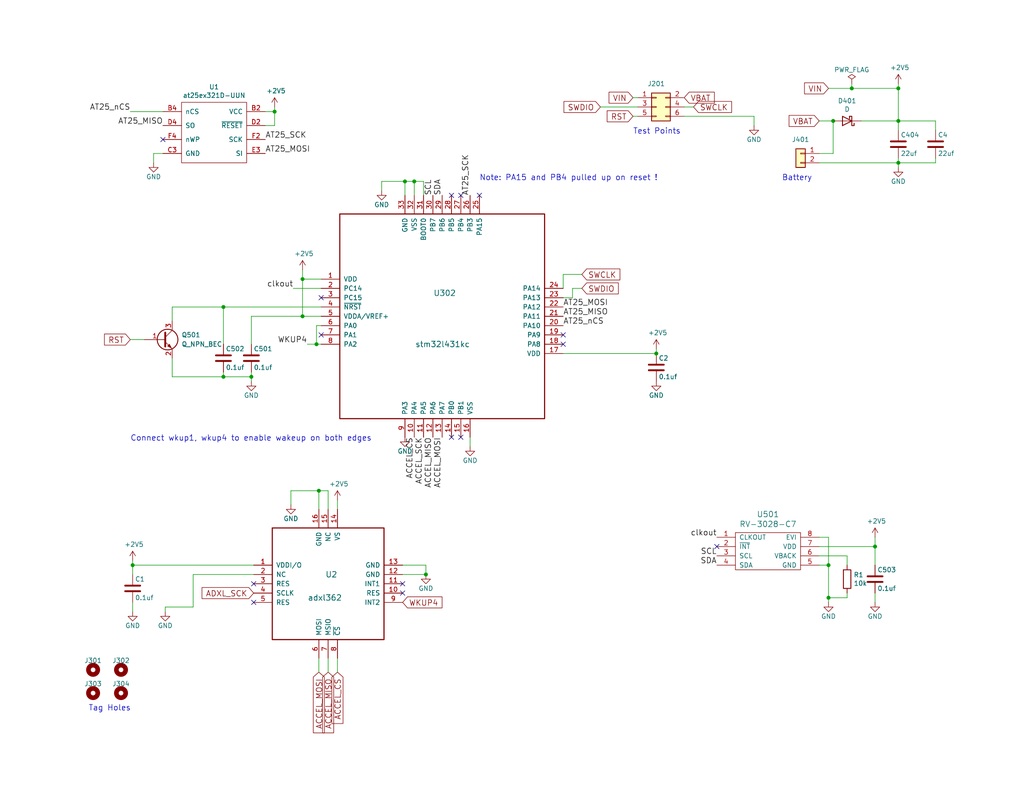
<source format=kicad_sch>
(kicad_sch (version 20211123) (generator eeschema)
  (paper "USLetter")
  (title_block (title "BitTag with External Memory") (date "2021-09-26") (company "IUCS") (comment 1 "Geoffrey Brown"))
  (lib_symbols
    (symbol "BitTagNG:RV-3028-C7-AccelTag" (pin_names (offset 1.016))
      (property "Reference" "U" (at 0 7.62 0))
      (property "Value" "RV-3028-C7-AccelTag" (at 1.27 -7.62 0))
      (symbol "RV-3028-C7-AccelTag_0_1"
        (rectangle (start -8.89 5.08) (end 8.89 -5.08))
      )
      (symbol "RV-3028-C7-AccelTag_1_1"
        (pin input line (at -13.97 3.81 0) (length 5.08) (name "CLKOUT") (number "1"))
        (pin input line (at -13.97 1.27 0) (length 5.08) (name "~{INT}") (number "2"))
        (pin input line (at -13.97 -1.27 0) (length 5.08) (name "SCL") (number "3"))
        (pin input line (at -13.97 -3.81 0) (length 5.08) (name "SDA") (number "4"))
        (pin power_out line (at 13.97 -3.81 180) (length 5.08) (name "GND") (number "5"))
        (pin input line (at 13.97 -1.27 180) (length 5.08) (name "VBACK") (number "6"))
        (pin input line (at 13.97 1.27 180) (length 5.08) (name "VDD") (number "7"))
        (pin input line (at 13.97 3.81 180) (length 5.08) (name "EVI") (number "8"))
      )
    )
    (symbol "BitTagNG:at25ex321D-UUN-AccelTag" (pin_names (offset 1.016))
      (property "Reference" "U" (at 0 7.62 0))
      (property "Value" "at25ex321D-UUN-AccelTag" (at -1.27 -12.7 0))
      (symbol "at25ex321D-UUN-AccelTag_0_1"
        (rectangle (start -8.89 -10.16) (end 8.89 6.35))
      )
      (symbol "at25ex321D-UUN-AccelTag_1_1"
        (pin no_connect line (at -12.7 -12.7 0) (length 5.08) hide (name "NC") (number "A1"))
        (pin no_connect line (at 12.7 -12.7 180) (length 5.08) hide (name "NC") (number "A5"))
        (pin power_in line (at 13.97 3.81 180) (length 5.08) (name "VCC") (number "B2"))
        (pin input line (at -13.97 3.81 0) (length 5.08) (name "nCS") (number "B4"))
        (pin input line (at -13.97 -7.62 0) (length 5.08) (name "GND") (number "C3"))
        (pin input line (at 13.97 0 180) (length 5.08) (name "~{RESET}") (number "D2"))
        (pin output line (at -13.97 0 0) (length 5.08) (name "SO") (number "D4"))
        (pin input line (at 13.97 -7.62 180) (length 5.08) (name "SI") (number "E3"))
        (pin input line (at 13.97 -3.81 180) (length 5.08) (name "SCK") (number "F2"))
        (pin input line (at -13.97 -3.81 0) (length 5.08) (name "nWP") (number "F4"))
        (pin no_connect line (at -12.7 -15.24 0) (length 5.08) hide (name "NC") (number "G1"))
        (pin no_connect line (at 12.7 -15.24 180) (length 5.08) hide (name "NC") (number "G5"))
      )
    )
    (symbol "BitTagNG:stm32l432-AccelTag" (pin_names (offset 1.016))
      (property "Reference" "U" (at 36.83 -3.81 0))
      (property "Value" "stm32l432-AccelTag" (at 59.69 -24.13 0))
      (symbol "stm32l432-AccelTag_1_1"
        (rectangle (start 5.08 17.78) (end 60.96 -38.1) (stroke (width 0.3048)))
        (pin power_in line (at 0 0 0) (length 5.08) (name "VDD") (number "1"))
        (pin bidirectional line (at 25.4 -43.18 90) (length 5.08) (name "PA4") (number "10"))
        (pin bidirectional line (at 27.94 -43.18 90) (length 5.08) (name "PA5") (number "11"))
        (pin bidirectional line (at 30.48 -43.18 90) (length 5.08) (name "PA6") (number "12"))
        (pin bidirectional line (at 33.02 -43.18 90) (length 5.08) (name "PA7") (number "13"))
        (pin bidirectional line (at 35.56 -43.18 90) (length 5.08) (name "PB0") (number "14"))
        (pin bidirectional line (at 38.1 -43.18 90) (length 5.08) (name "PB1") (number "15"))
        (pin input line (at 40.64 -43.18 90) (length 5.08) (name "VSS") (number "16"))
        (pin power_in line (at 66.04 -20.32 180) (length 5.08) (name "VDD") (number "17"))
        (pin bidirectional line (at 66.04 -17.78 180) (length 5.08) (name "PA8") (number "18"))
        (pin bidirectional line (at 66.04 -15.24 180) (length 5.08) (name "PA9") (number "19"))
        (pin bidirectional line (at 0 -2.54 0) (length 5.08) (name "PC14") (number "2"))
        (pin bidirectional line (at 66.04 -12.7 180) (length 5.08) (name "PA10") (number "20"))
        (pin bidirectional line (at 66.04 -10.16 180) (length 5.08) (name "PA11") (number "21"))
        (pin bidirectional line (at 66.04 -7.62 180) (length 5.08) (name "PA12") (number "22"))
        (pin bidirectional line (at 66.04 -5.08 180) (length 5.08) (name "PA13") (number "23"))
        (pin bidirectional line (at 66.04 -2.54 180) (length 5.08) (name "PA14") (number "24"))
        (pin bidirectional line (at 43.18 22.86 270) (length 5.08) (name "PA15") (number "25"))
        (pin bidirectional line (at 40.64 22.86 270) (length 5.08) (name "PB3") (number "26"))
        (pin bidirectional line (at 38.1 22.86 270) (length 5.08) (name "PB4") (number "27"))
        (pin bidirectional line (at 35.56 22.86 270) (length 5.08) (name "PB5") (number "28"))
        (pin bidirectional line (at 33.02 22.86 270) (length 5.08) (name "PB6") (number "29"))
        (pin bidirectional line (at 0 -5.08 0) (length 5.08) (name "PC15") (number "3"))
        (pin bidirectional line (at 30.48 22.86 270) (length 5.08) (name "PB7") (number "30"))
        (pin input line (at 27.94 22.86 270) (length 5.08) (name "BOOT0") (number "31"))
        (pin input line (at 25.4 22.86 270) (length 5.08) (name "VSS") (number "32"))
        (pin input line (at 22.86 22.86 270) (length 5.08) (name "GND") (number "33"))
        (pin bidirectional line (at 0 -7.62 0) (length 5.08) (name "~{NRST}") (number "4"))
        (pin power_in line (at 0 -10.16 0) (length 5.08) (name "VDDA/VREF+") (number "5"))
        (pin bidirectional line (at 0 -12.7 0) (length 5.08) (name "PA0") (number "6"))
        (pin bidirectional line (at 0 -15.24 0) (length 5.08) (name "PA1") (number "7"))
        (pin bidirectional line (at 0 -17.78 0) (length 5.08) (name "PA2") (number "8"))
        (pin bidirectional line (at 22.86 -43.18 90) (length 5.08) (name "PA3") (number "9"))
      )
    )
    (symbol "Connector_Generic:Conn_01x02" (pin_names (offset 1.016) hide)
      (property "Reference" "J" (at 0 2.54 0))
      (property "Value" "Conn_01x02" (at 0 -5.08 0))
      (symbol "Conn_01x02_1_1"
        (rectangle (start -1.27 -2.413) (end 0 -2.667) (stroke (width 0.1524)))
        (rectangle (start -1.27 0.127) (end 0 -0.127) (stroke (width 0.1524)))
        (rectangle (start -1.27 1.27) (end 1.27 -3.81) (stroke (width 0.254)) (fill (type background)))
        (pin passive line (at -5.08 0 0) (length 3.81) (name "Pin_1") (number "1"))
        (pin passive line (at -5.08 -2.54 0) (length 3.81) (name "Pin_2") (number "2"))
      )
    )
    (symbol "Connector_Generic:Conn_02x03_Odd_Even" (pin_names (offset 1.016) hide)
      (property "Reference" "J" (at 1.27 5.08 0))
      (property "Value" "Conn_02x03_Odd_Even" (at 1.27 -5.08 0))
      (symbol "Conn_02x03_Odd_Even_1_1"
        (rectangle (start -1.27 -2.413) (end 0 -2.667) (stroke (width 0.1524)))
        (rectangle (start -1.27 0.127) (end 0 -0.127) (stroke (width 0.1524)))
        (rectangle (start -1.27 2.667) (end 0 2.413) (stroke (width 0.1524)))
        (rectangle (start -1.27 3.81) (end 3.81 -3.81) (stroke (width 0.254)) (fill (type background)))
        (rectangle (start 3.81 -2.413) (end 2.54 -2.667) (stroke (width 0.1524)))
        (rectangle (start 3.81 0.127) (end 2.54 -0.127) (stroke (width 0.1524)))
        (rectangle (start 3.81 2.667) (end 2.54 2.413) (stroke (width 0.1524)))
        (pin passive line (at -5.08 2.54 0) (length 3.81) (name "Pin_1") (number "1"))
        (pin passive line (at 7.62 2.54 180) (length 3.81) (name "Pin_2") (number "2"))
        (pin passive line (at -5.08 0 0) (length 3.81) (name "Pin_3") (number "3"))
        (pin passive line (at 7.62 0 180) (length 3.81) (name "Pin_4") (number "4"))
        (pin passive line (at -5.08 -2.54 0) (length 3.81) (name "Pin_5") (number "5"))
        (pin passive line (at 7.62 -2.54 180) (length 3.81) (name "Pin_6") (number "6"))
      )
    )
    (symbol "Device:C" (pin_numbers hide) (pin_names (offset 0.254))
      (property "Reference" "C" (at 0.635 2.54 0))
      (property "Value" "C" (at 0.635 -2.54 0))
      (symbol "C_0_1"
        (polyline (pts (xy -2.032 -0.762) (xy 2.032 -0.762)) (stroke (width 0.508)))
        (polyline (pts (xy -2.032 0.762) (xy 2.032 0.762)) (stroke (width 0.508)))
      )
      (symbol "C_1_1"
        (pin passive line (at 0 3.81 270) (length 2.794) (name "~") (number "1"))
        (pin passive line (at 0 -3.81 90) (length 2.794) (name "~") (number "2"))
      )
    )
    (symbol "Device:D_Schottky" (pin_numbers hide) (pin_names (offset 1.016) hide)
      (property "Reference" "D" (at 0 2.54 0))
      (property "Value" "D_Schottky" (at 0 -2.54 0))
      (symbol "D_Schottky_0_1"
        (polyline (pts (xy 1.27 0) (xy -1.27 0)))
        (polyline (pts (xy 1.27 1.27) (xy 1.27 -1.27) (xy -1.27 0) (xy 1.27 1.27)) (stroke (width 0.254)))
        (polyline (pts (xy -1.905 0.635) (xy -1.905 1.27) (xy -1.27 1.27) (xy -1.27 -1.27) (xy -0.635 -1.27) (xy -0.635 -0.635)) (stroke (width 0.254)))
      )
      (symbol "D_Schottky_1_1"
        (pin passive line (at -3.81 0 0) (length 2.54) (name "K") (number "1"))
        (pin passive line (at 3.81 0 180) (length 2.54) (name "A") (number "2"))
      )
    )
    (symbol "Device:Q_NPN_BEC" (pin_names (offset 0) hide)
      (property "Reference" "Q" (at 5.08 1.27 0))
      (property "Value" "Q_NPN_BEC" (at 5.08 -1.27 0))
      (symbol "Q_NPN_BEC_0_1"
        (polyline (pts (xy 0.635 0.635) (xy 2.54 2.54)))
        (polyline (pts (xy 0.635 -0.635) (xy 2.54 -2.54) (xy 2.54 -2.54)))
        (polyline (pts (xy 0.635 1.905) (xy 0.635 -1.905) (xy 0.635 -1.905)) (stroke (width 0.508)))
        (polyline (pts (xy 1.27 -1.778) (xy 1.778 -1.27) (xy 2.286 -2.286) (xy 1.27 -1.778) (xy 1.27 -1.778)) (fill (type outline)))
        (circle (center 1.27 0) (radius 2.8194) (stroke (width 0.254)))
      )
      (symbol "Q_NPN_BEC_1_1"
        (pin input line (at -5.08 0 0) (length 5.715) (name "B") (number "1"))
        (pin passive line (at 2.54 -5.08 90) (length 2.54) (name "E") (number "2"))
        (pin passive line (at 2.54 5.08 270) (length 2.54) (name "C") (number "3"))
      )
    )
    (symbol "Device:R" (pin_numbers hide) (pin_names (offset 0))
      (property "Reference" "R" (at 2.032 0 90))
      (property "Value" "R" (at 0 0 90))
      (symbol "R_0_1"
        (rectangle (start -1.016 -2.54) (end 1.016 2.54) (stroke (width 0.254)))
      )
      (symbol "R_1_1"
        (pin passive line (at 0 3.81 270) (length 1.27) (name "~") (number "1"))
        (pin passive line (at 0 -3.81 90) (length 1.27) (name "~") (number "2"))
      )
    )
    (symbol "Mechanical:MountingHole" (pin_names (offset 1.016))
      (property "Reference" "H" (at 0 5.08 0))
      (property "Value" "MountingHole" (at 0 3.175 0))
      (symbol "MountingHole_0_1"
        (circle (center 0 0) (radius 1.27) (stroke (width 1.27)))
      )
    )
    (symbol "bittagv7:adxl362" (pin_names (offset 1.016))
      (property "Reference" "U" (at 3.81 6.35 0))
      (property "Value" "adxl362" (at 3.81 3.81 0))
      (symbol "adxl362_1_1"
        (rectangle (start 5.08 10.16) (end 35.56 -20.32) (stroke (width 0.3048)))
        (pin power_in line (at 0 0 0) (length 5.08) (name "VDDI/O") (number "1"))
        (pin passive line (at 40.64 -7.62 180) (length 5.08) (name "RES") (number "10"))
        (pin output line (at 40.64 -5.08 180) (length 5.08) (name "INT1") (number "11"))
        (pin power_in line (at 40.64 -2.54 180) (length 5.08) (name "GND") (number "12"))
        (pin power_in line (at 40.64 0 180) (length 5.08) (name "GND") (number "13"))
        (pin power_in line (at 22.86 15.24 270) (length 5.08) (name "VS") (number "14"))
        (pin passive line (at 20.32 15.24 270) (length 5.08) (name "NC") (number "15"))
        (pin power_in line (at 17.78 15.24 270) (length 5.08) (name "GND") (number "16"))
        (pin output line (at 0 -2.54 0) (length 5.08) (name "NC") (number "2"))
        (pin output line (at 0 -5.08 0) (length 5.08) (name "RES") (number "3"))
        (pin input line (at 0 -7.62 0) (length 5.08) (name "SCLK") (number "4"))
        (pin output line (at 0 -10.16 0) (length 5.08) (name "RES") (number "5"))
        (pin input line (at 17.78 -25.4 90) (length 5.08) (name "MOSI") (number "6"))
        (pin output line (at 20.32 -25.4 90) (length 5.08) (name "MSIO") (number "7"))
        (pin input line (at 22.86 -25.4 90) (length 5.08) (name "~{CS}") (number "8"))
        (pin bidirectional line (at 40.64 -10.16 180) (length 5.08) (name "INT2") (number "9"))
      )
    )
    (symbol "power:+2V5" (power) (pin_names (offset 0))
      (property "Value" "+2V5" (at 0 3.556 0))
      (symbol "+2V5_0_1"
        (polyline (pts (xy -0.762 1.27) (xy 0 2.54)))
        (polyline (pts (xy 0 0) (xy 0 2.54)))
        (polyline (pts (xy 0 2.54) (xy 0.762 1.27)))
      )
      (symbol "+2V5_1_1"
        (pin power_in line (at 0 0 90) (length 0) hide (name "+2V5") (number "1"))
      )
    )
    (symbol "power:GND" (power) (pin_names (offset 0))
      (property "Value" "GND" (at 0 -3.81 0))
      (symbol "GND_0_1"
        (polyline (pts (xy 0 0) (xy 0 -1.27) (xy 1.27 -1.27) (xy 0 -2.54) (xy -1.27 -1.27) (xy 0 -1.27)))
      )
      (symbol "GND_1_1"
        (pin power_in line (at 0 0 270) (length 0) hide (name "GND") (number "1"))
      )
    )
    (symbol "power:PWR_FLAG" (power) (pin_numbers hide) (pin_names (offset 0) hide)
      (property "Value" "PWR_FLAG" (at 0 3.81 0))
      (symbol "PWR_FLAG_0_0"
        (pin power_out line (at 0 0 90) (length 0) (name "pwr") (number "1"))
      )
      (symbol "PWR_FLAG_0_1"
        (polyline (pts (xy 0 0) (xy 0 1.27) (xy -1.016 1.905) (xy 0 2.54) (xy 1.016 1.905) (xy 0 1.27)))
      )
    )
  )
  (junction (at 36.195 154.305))
  (junction (at 60.96 102.87))
  (junction (at 227.33 33.02))
  (junction (at 86.36 93.98))
  (junction (at 86.995 133.985))
  (junction (at 238.76 149.225))
  (junction (at 82.55 86.36))
  (junction (at 110.49 49.53))
  (junction (at 245.11 24.13))
  (junction (at 68.58 102.87))
  (junction (at 232.41 24.13))
  (junction (at 116.205 156.845))
  (junction (at 60.96 83.82))
  (junction (at 245.11 33.02))
  (junction (at 179.07 96.52))
  (junction (at 226.06 163.195))
  (junction (at 113.03 49.53))
  (junction (at 226.06 154.305))
  (junction (at 82.55 76.2))
  (junction (at 245.11 44.45))
  (junction (at 74.93 30.48))
  (no_connect (at 44.45 38.1))
  (no_connect (at 109.855 159.385))
  (no_connect (at 123.19 53.34))
  (no_connect (at 109.855 161.925))
  (no_connect (at 69.215 159.385))
  (no_connect (at 153.67 91.44))
  (no_connect (at 69.215 164.465))
  (no_connect (at 87.63 91.44))
  (no_connect (at 123.19 119.38))
  (no_connect (at 130.81 53.34))
  (no_connect (at 153.67 93.98))
  (no_connect (at 87.63 81.28))
  (no_connect (at 125.73 119.38))
  (no_connect (at 125.73 53.34))
  (no_connect (at 195.58 149.225))
  (wire (pts (xy 255.27 44.45) (xy 255.27 43.18)))
  (wire (pts (xy 223.52 146.685) (xy 226.06 146.685)))
  (wire (pts (xy 68.58 93.98) (xy 68.58 86.36)))
  (wire (pts (xy 205.74 31.75) (xy 205.74 34.29)))
  (wire (pts (xy 223.52 33.02) (xy 227.33 33.02)))
  (wire (pts (xy 36.195 154.305) (xy 69.215 154.305)))
  (wire (pts (xy 104.14 49.53) (xy 110.49 49.53)))
  (wire (pts (xy 52.705 156.845) (xy 52.705 165.735)))
  (wire (pts (xy 172.72 26.67) (xy 173.99 26.67)))
  (wire (pts (xy 128.27 119.38) (xy 128.27 121.92)))
  (wire (pts (xy 36.195 154.305) (xy 36.195 156.845)))
  (wire (pts (xy 86.995 133.985) (xy 86.995 139.065)))
  (wire (pts (xy 104.14 52.07) (xy 104.14 49.53)))
  (wire (pts (xy 232.41 24.13) (xy 245.11 24.13)))
  (wire (pts (xy 46.99 83.82) (xy 60.96 83.82)))
  (wire (pts (xy 82.55 86.36) (xy 87.63 86.36)))
  (wire (pts (xy 92.075 183.515) (xy 92.075 179.705)))
  (wire (pts (xy 116.205 154.305) (xy 116.205 156.845)))
  (wire (pts (xy 153.67 78.74) (xy 153.67 74.93)))
  (wire (pts (xy 179.07 95.25) (xy 179.07 96.52)))
  (wire (pts (xy 36.195 153.035) (xy 36.195 154.305)))
  (wire (pts (xy 36.195 164.465) (xy 36.195 167.005)))
  (wire (pts (xy 82.55 86.36) (xy 68.58 86.36)))
  (wire (pts (xy 234.95 33.02) (xy 245.11 33.02)))
  (wire (pts (xy 60.96 101.6) (xy 60.96 102.87)))
  (wire (pts (xy 245.11 33.02) (xy 245.11 35.56)))
  (wire (pts (xy 245.11 22.86) (xy 245.11 24.13)))
  (wire (pts (xy 227.33 33.02) (xy 227.33 41.91)))
  (wire (pts (xy 69.215 156.845) (xy 52.705 156.845)))
  (wire (pts (xy 86.36 93.98) (xy 87.63 93.98)))
  (wire (pts (xy 68.58 101.6) (xy 68.58 102.87)))
  (wire (pts (xy 68.58 102.87) (xy 68.58 104.14)))
  (wire (pts (xy 72.39 30.48) (xy 74.93 30.48)))
  (wire (pts (xy 245.11 44.45) (xy 255.27 44.45)))
  (wire (pts (xy 113.03 49.53) (xy 113.03 53.34)))
  (wire (pts (xy 46.99 102.87) (xy 60.96 102.87)))
  (wire (pts (xy 82.55 73.66) (xy 82.55 76.2)))
  (wire (pts (xy 245.11 33.02) (xy 255.27 33.02)))
  (wire (pts (xy 153.67 74.93) (xy 158.75 74.93)))
  (wire (pts (xy 89.535 179.705) (xy 89.535 183.515)))
  (wire (pts (xy 82.55 76.2) (xy 87.63 76.2)))
  (wire (pts (xy 60.96 83.82) (xy 60.96 93.98)))
  (wire (pts (xy 255.27 33.02) (xy 255.27 35.56)))
  (wire (pts (xy 226.06 154.305) (xy 226.06 163.195)))
  (wire (pts (xy 89.535 133.985) (xy 86.995 133.985)))
  (wire (pts (xy 223.52 151.765) (xy 231.14 151.765)))
  (wire (pts (xy 113.03 49.53) (xy 115.57 49.53)))
  (wire (pts (xy 238.76 161.925) (xy 238.76 164.465)))
  (wire (pts (xy 109.855 154.305) (xy 116.205 154.305)))
  (wire (pts (xy 245.11 44.45) (xy 245.11 45.72)))
  (wire (pts (xy 186.69 31.75) (xy 205.74 31.75)))
  (wire (pts (xy 87.63 88.9) (xy 86.36 88.9)))
  (wire (pts (xy 80.01 78.74) (xy 87.63 78.74)))
  (wire (pts (xy 46.99 87.63) (xy 46.99 83.82)))
  (wire (pts (xy 238.76 149.225) (xy 238.76 154.305)))
  (wire (pts (xy 226.06 24.13) (xy 232.41 24.13)))
  (wire (pts (xy 116.205 156.845) (xy 109.855 156.845)))
  (wire (pts (xy 79.375 133.985) (xy 79.375 137.795)))
  (wire (pts (xy 74.93 34.29) (xy 74.93 30.48)))
  (wire (pts (xy 45.085 165.735) (xy 45.085 167.005)))
  (wire (pts (xy 226.06 163.195) (xy 226.06 164.465)))
  (wire (pts (xy 227.33 41.91) (xy 223.52 41.91)))
  (wire (pts (xy 156.21 78.74) (xy 158.75 78.74)))
  (wire (pts (xy 156.21 81.28) (xy 156.21 78.74)))
  (wire (pts (xy 172.72 31.75) (xy 173.99 31.75)))
  (wire (pts (xy 232.41 22.86) (xy 232.41 24.13)))
  (wire (pts (xy 163.83 29.21) (xy 173.99 29.21)))
  (wire (pts (xy 223.52 44.45) (xy 245.11 44.45)))
  (wire (pts (xy 72.39 34.29) (xy 74.93 34.29)))
  (wire (pts (xy 35.56 92.71) (xy 39.37 92.71)))
  (wire (pts (xy 60.96 102.87) (xy 68.58 102.87)))
  (wire (pts (xy 115.57 49.53) (xy 115.57 53.34)))
  (wire (pts (xy 110.49 49.53) (xy 110.49 53.34)))
  (wire (pts (xy 82.55 76.2) (xy 82.55 86.36)))
  (wire (pts (xy 226.06 146.685) (xy 226.06 154.305)))
  (wire (pts (xy 223.52 154.305) (xy 226.06 154.305)))
  (wire (pts (xy 41.91 41.91) (xy 41.91 44.45)))
  (wire (pts (xy 92.075 139.065) (xy 92.075 136.525)))
  (wire (pts (xy 46.99 97.79) (xy 46.99 102.87)))
  (wire (pts (xy 110.49 49.53) (xy 113.03 49.53)))
  (wire (pts (xy 74.93 30.48) (xy 74.93 29.21)))
  (wire (pts (xy 223.52 149.225) (xy 238.76 149.225)))
  (wire (pts (xy 44.45 41.91) (xy 41.91 41.91)))
  (wire (pts (xy 86.36 93.98) (xy 83.82 93.98)))
  (wire (pts (xy 86.995 133.985) (xy 79.375 133.985)))
  (wire (pts (xy 86.995 179.705) (xy 86.995 183.515)))
  (wire (pts (xy 245.11 24.13) (xy 245.11 33.02)))
  (wire (pts (xy 153.67 81.28) (xy 156.21 81.28)))
  (wire (pts (xy 186.69 29.21) (xy 189.23 29.21)))
  (wire (pts (xy 153.67 96.52) (xy 179.07 96.52)))
  (wire (pts (xy 231.14 151.765) (xy 231.14 154.305)))
  (wire (pts (xy 35.56 30.48) (xy 44.45 30.48)))
  (wire (pts (xy 89.535 139.065) (xy 89.535 133.985)))
  (wire (pts (xy 231.14 161.925) (xy 231.14 163.195)))
  (wire (pts (xy 52.705 165.735) (xy 45.085 165.735)))
  (wire (pts (xy 245.11 43.18) (xy 245.11 44.45)))
  (wire (pts (xy 87.63 83.82) (xy 60.96 83.82)))
  (wire (pts (xy 231.14 163.195) (xy 226.06 163.195)))
  (wire (pts (xy 86.36 88.9) (xy 86.36 93.98)))
  (wire (pts (xy 238.76 146.685) (xy 238.76 149.225)))
  (text "Note: PA15 and PB4 pulled up on reset !" (at 130.81 49.53 0) (effects (font (size 1.524 1.524)) (justify left bottom)))
  (text "Tag Holes" (at 24.13 194.31 0) (effects (font (size 1.524 1.524)) (justify left bottom)))
  (text "Test Points" (at 172.72 36.83 0) (effects (font (size 1.524 1.524)) (justify left bottom)))
  (text "Battery" (at 213.36 49.53 0) (effects (font (size 1.524 1.524)) (justify left bottom)))
  (text "Connect wkup1, wkup4 to enable wakeup on both edges" (at 35.56 120.65 0) (effects (font (size 1.524 1.524)) (justify left bottom)))
  (label "SDA" (at 120.65 53.34 90) (effects (font (size 1.524 1.524))))
  (label "SDA" (at 195.58 154.305 180) (effects (font (size 1.524 1.524))))
  (label "AT25_SCK" (at 72.39 38.1 0) (effects (font (size 1.524 1.524))))
  (label "clkout" (at 195.58 146.685 180) (effects (font (size 1.524 1.524))))
  (label "WKUP4" (at 83.82 93.98 180) (effects (font (size 1.524 1.524))))
  (label "clkout" (at 80.01 78.74 180) (effects (font (size 1.524 1.524))))
  (label "AT25_MOSI" (at 153.67 83.82 0) (effects (font (size 1.524 1.524))))
  (label "AT25_nCS" (at 35.56 30.48 180) (effects (font (size 1.524 1.524))))
  (label "AT25_MOSI" (at 72.39 41.91 0) (effects (font (size 1.524 1.524))))
  (label "AT25_nCS" (at 153.67 88.9 0) (effects (font (size 1.524 1.524))))
  (label "ACCEL_MISO" (at 118.11 119.38 270) (effects (font (size 1.524 1.524))))
  (label "ACCEL_MOSI" (at 120.65 119.38 270) (effects (font (size 1.524 1.524))))
  (label "ACCEL_SCK" (at 115.57 119.38 270) (effects (font (size 1.524 1.524))))
  (label "AT25_MISO" (at 153.67 86.36 0) (effects (font (size 1.524 1.524))))
  (label "SCL" (at 118.11 53.34 90) (effects (font (size 1.524 1.524))))
  (label "AT25_SCK" (at 128.27 53.34 90) (effects (font (size 1.524 1.524))))
  (label "AT25_MISO" (at 44.45 34.29 180) (effects (font (size 1.524 1.524))))
  (label "SCL" (at 195.58 151.765 180) (effects (font (size 1.524 1.524))))
  (label "ACCEL_CS" (at 113.03 119.38 270) (effects (font (size 1.524 1.524))))
  (global_label "SWCLK" (shape input) (at 189.23 29.21 0) (effects (font (size 1.524 1.524))) (property "Intersheet References" "${INTERSHEET_REFS}" (effects hide)))
  (global_label "VBAT" (shape input) (at 223.52 33.02 180) (effects (font (size 1.524 1.524))) (property "Intersheet References" "${INTERSHEET_REFS}" (effects hide)))
  (global_label "SWDIO" (shape input) (at 158.75 78.74 0) (effects (font (size 1.524 1.524))) (property "Intersheet References" "${INTERSHEET_REFS}" (effects hide)))
  (global_label "ACCEL_MISO" (shape input) (at 89.535 183.515 270) (effects (font (size 1.524 1.524))) (property "Intersheet References" "${INTERSHEET_REFS}" (effects hide)))
  (global_label "WKUP4" (shape input) (at 109.855 164.465 0) (effects (font (size 1.524 1.524))) (property "Intersheet References" "${INTERSHEET_REFS}" (effects hide)))
  (global_label "VBAT" (shape input) (at 186.69 26.67 0) (effects (font (size 1.524 1.524))) (property "Intersheet References" "${INTERSHEET_REFS}" (effects hide)))
  (global_label "ADXL_SCK" (shape input) (at 69.215 161.925 180) (effects (font (size 1.524 1.524))) (property "Intersheet References" "${INTERSHEET_REFS}" (effects hide)))
  (global_label "VIN" (shape input) (at 226.06 24.13 180) (effects (font (size 1.524 1.524))) (property "Intersheet References" "${INTERSHEET_REFS}" (effects hide)))
  (global_label "VIN" (shape input) (at 172.72 26.67 180) (effects (font (size 1.524 1.524))) (property "Intersheet References" "${INTERSHEET_REFS}" (effects hide)))
  (global_label "ACCEL_CS" (shape input) (at 92.075 183.515 270) (effects (font (size 1.524 1.524))) (property "Intersheet References" "${INTERSHEET_REFS}" (effects hide)))
  (global_label "SWCLK" (shape input) (at 158.75 74.93 0) (effects (font (size 1.524 1.524))) (property "Intersheet References" "${INTERSHEET_REFS}" (effects hide)))
  (global_label "SWDIO" (shape input) (at 163.83 29.21 180) (effects (font (size 1.524 1.524))) (property "Intersheet References" "${INTERSHEET_REFS}" (effects hide)))
  (global_label "RST" (shape input) (at 35.56 92.71 180) (effects (font (size 1.524 1.524))) (property "Intersheet References" "${INTERSHEET_REFS}" (effects hide)))
  (global_label "RST" (shape input) (at 172.72 31.75 180) (effects (font (size 1.524 1.524))) (property "Intersheet References" "${INTERSHEET_REFS}" (effects hide)))
  (global_label "ACCEL_MOSI" (shape input) (at 86.995 183.515 270) (effects (font (size 1.524 1.524))) (property "Intersheet References" "${INTERSHEET_REFS}" (effects hide)))
  (symbol (lib_id "BitTagNG:stm32l432-AccelTag") (at 87.63 76.2 0) (unit 1)
    (property "Reference" "U302" (at 124.46 80.01 0) (effects (font (size 1.524 1.524)) (justify right)))
    (property "Value" "stm32l431kc" (at 128.27 93.98 0) (effects (font (size 1.524 1.524)) (justify right)))
    (property "Footprint" "Package_DFN_QFN:QFN-32-1EP_5x5mm_P0.5mm_EP3.45x3.45mm" (effects hide))
    (property "MFN" "STMicroelectronics" (effects hide))
    (property "DISTPN" "497-16578-ND" (effects hide))
    (property "MPN" "STM32L432KCU6" (effects hide))
    (property "LCSC" "C1337280" (effects hide))
  )
  (symbol (lib_id "Device:C") (at 60.96 97.79 0) (unit 1)
    (property "Reference" "C502" (at 61.595 95.25 0) (effects (justify left)))
    (property "Value" "0.1uf" (at 61.595 100.33 0) (effects (justify left)))
    (property "Footprint" "Capacitor_SMD:C_0201_0603Metric" (effects hide))
    (property "MFN" "Murata" (effects hide))
    (property "MPN" "C181047" (effects hide))
    (property "DISTPN" "490-10403-1-ND" (effects hide))
    (property "LCSC" "C181047" (effects hide))
  )
  (symbol (lib_id "Device:C") (at 68.58 97.79 0) (unit 1)
    (property "Reference" "C501" (at 69.215 95.25 0) (effects (justify left)))
    (property "Value" "0.1uf" (at 69.215 100.33 0) (effects (justify left)))
    (property "Footprint" "Capacitor_SMD:C_0201_0603Metric" (effects hide))
    (property "MFN" "Murata" (effects hide))
    (property "MPN" "C181047" (effects hide))
    (property "DISTPN" "490-10403-1-ND" (effects hide))
    (property "LCSC" "C181047" (effects hide))
  )
  (symbol (lib_id "Device:Q_NPN_BEC") (at 44.45 92.71 0) (unit 1)
    (property "Reference" "Q501" (at 49.53 91.44 0) (effects (justify left)))
    (property "Value" "Q_NPN_BEC" (at 49.53 93.98 0) (effects (justify left)))
    (property "Footprint" "Package_TO_SOT_SMD:SOT-883" (effects hide))
    (property "MFN" "Nexperia" (effects hide))
    (property "MPN" "BC847AMB,315" (effects hide))
    (property "DISTPN" "1727-2632-1-ND" (effects hide))
    (property "LCSC" "C686658" (effects hide))
  )
  (symbol (lib_id "Device:C") (at 238.76 158.115 0) (unit 1)
    (property "Reference" "C503" (at 239.395 155.575 0) (effects (justify left)))
    (property "Value" "0.1uf" (at 239.395 160.655 0) (effects (justify left)))
    (property "Footprint" "Capacitor_SMD:C_0201_0603Metric" (effects hide))
    (property "MFN" "Murata" (effects hide))
    (property "MPN" "C181047" (effects hide))
    (property "DISTPN" "490-10403-1-ND" (effects hide))
    (property "LCSC" "C181047" (effects hide))
  )
  (symbol (lib_id "Mechanical:MountingHole") (at 25.4 182.88 0) (unit 1) (in_bom no)
    (property "Reference" "J301" (at 25.4 180.34 0))
    (property "Value" "Conn_01x01" (effects hide))
    (property "Footprint" "AccelTag:taghole1.1mm" (effects hide))
    (property "Populate" "No" (effects hide))
    (property "Config" "DNF" (effects hide))
    (property "DNP" "1" (effects hide))
  )
  (symbol (lib_id "Connector_Generic:Conn_02x03_Odd_Even") (at 179.07 29.21 0) (unit 1) (in_bom no)
    (property "Reference" "J201" (at 179.07 22.86 0))
    (property "Value" "CONN_02X04" (effects hide))
    (property "Footprint" "AccelTag:tagpoints6" (effects hide))
    (property "Populate" "No" (effects hide))
    (property "Config" "DNF" (effects hide))
    (property "DNP" "1" (effects hide))
  )
  (symbol (lib_id "power:GND") (at 41.91 44.45 0) (unit 1)
    (property "Reference" "#PWR0102" (effects hide))
    (property "Value" "GND" (at 41.91 48.26 0))
  )
  (symbol (lib_id "power:GND") (at 68.58 104.14 0) (unit 1)
    (property "Reference" "#PWR0109" (effects hide))
    (property "Value" "GND" (at 68.58 107.95 0))
  )
  (symbol (lib_id "power:GND") (at 128.27 121.92 0) (unit 1)
    (property "Reference" "#PWR0103" (effects hide))
    (property "Value" "GND" (at 128.27 125.73 0))
  )
  (symbol (lib_id "power:+2V5") (at 82.55 73.66 0) (unit 1)
    (property "Reference" "#PWR0105" (effects hide))
    (property "Value" "+2V5" (at 82.931 69.2658 0))
  )
  (symbol (lib_id "power:+2V5") (at 179.07 95.25 0) (unit 1)
    (property "Reference" "#PWR0108" (effects hide))
    (property "Value" "+2V5" (at 179.451 90.8558 0))
  )
  (symbol (lib_id "power:GND") (at 104.14 52.07 0) (unit 1)
    (property "Reference" "#PWR0110" (effects hide))
    (property "Value" "GND" (at 104.14 55.88 0))
  )
  (symbol (lib_id "Mechanical:MountingHole") (at 33.02 182.88 0) (unit 1) (in_bom no)
    (property "Reference" "J302" (at 33.02 180.34 0))
    (property "Value" "Conn_01x01" (effects hide))
    (property "Footprint" "AccelTag:taghole1.1mm" (effects hide))
    (property "Populate" "No" (effects hide))
    (property "Config" "DNF" (effects hide))
    (property "DNP" "1" (effects hide))
  )
  (symbol (lib_id "Mechanical:MountingHole") (at 25.4 189.23 0) (unit 1) (in_bom no)
    (property "Reference" "J303" (at 25.4 186.69 0))
    (property "Value" "Conn_01x01" (effects hide))
    (property "Footprint" "AccelTag:taghole1.1mm" (effects hide))
    (property "Populate" "No" (effects hide))
    (property "Config" "DNF" (effects hide))
    (property "DNP" "1" (effects hide))
  )
  (symbol (lib_id "Mechanical:MountingHole") (at 33.02 189.23 0) (unit 1) (in_bom no)
    (property "Reference" "J304" (at 33.02 186.69 0))
    (property "Value" "Conn_01x01" (effects hide))
    (property "Footprint" "AccelTag:taghole1.1mm" (effects hide))
    (property "Populate" "No" (effects hide))
    (property "Config" "DNF" (effects hide))
    (property "DNP" "1" (effects hide))
  )
  (symbol (lib_id "power:GND") (at 205.74 34.29 0) (unit 1)
    (property "Reference" "#PWR0111" (effects hide))
    (property "Value" "GND" (at 205.74 38.1 0))
  )
  (symbol (lib_id "power:GND") (at 238.76 164.465 0) (unit 1)
    (property "Reference" "#PWR0113" (effects hide))
    (property "Value" "GND" (at 238.76 168.275 0))
  )
  (symbol (lib_id "power:+2V5") (at 238.76 146.685 0) (unit 1)
    (property "Reference" "#PWR0114" (effects hide))
    (property "Value" "+2V5" (at 239.141 142.2908 0))
  )
  (symbol (lib_id "power:+2V5") (at 245.11 22.86 0) (unit 1)
    (property "Reference" "#PWR0115" (effects hide))
    (property "Value" "+2V5" (at 245.491 18.4658 0))
  )
  (symbol (lib_id "power:PWR_FLAG") (at 232.41 22.86 0) (unit 1)
    (property "Reference" "#FLG0102" (effects hide))
    (property "Value" "PWR_FLAG" (at 232.41 19.05 0))
  )
  (symbol (lib_id "power:GND") (at 245.11 45.72 0) (unit 1)
    (property "Reference" "#PWR0116" (effects hide))
    (property "Value" "GND" (at 245.11 49.53 0))
  )
  (symbol (lib_id "Connector_Generic:Conn_01x02") (at 218.44 41.91 0) (mirror y) (unit 1) (in_bom no)
    (property "Reference" "J401" (at 218.44 38.1 0))
    (property "Value" "CONN_01X02" (effects hide))
    (property "Footprint" "AccelTag:MS621" (effects hide))
    (property "Populate" "No" (effects hide))
    (property "Config" "DNF" (effects hide))
    (property "DNP" "1" (effects hide))
  )
  (symbol (lib_id "Device:D_Schottky") (at 231.14 33.02 180) (unit 1)
    (property "Reference" "D401" (at 231.14 27.5336 0))
    (property "Value" "D" (at 231.14 29.845 0))
    (property "Footprint" "Diode_SMD:D_0402_1005Metric" (effects hide))
    (property "MFN" "COMCHIP" (effects hide))
    (property "MPN" "CDBQC0130L-HF" (effects hide))
    (property "DISTPN" "641-1519-1-ND" (effects hide))
    (property "LCSC" "C2886012" (effects hide))
  )
  (symbol (lib_id "Device:C") (at 245.11 39.37 0) (unit 1)
    (property "Reference" "C404" (at 245.745 36.83 0) (effects (justify left)))
    (property "Value" "22uf" (at 245.745 41.91 0) (effects (justify left)))
    (property "Footprint" "Capacitor_SMD:C_0402_1005Metric" (effects hide))
    (property "DISTPN" "478-9839-1-ND" (effects hide))
    (property "MFN" "AVX" (effects hide))
    (property "MPN" "04026D226MAT2A" (effects hide))
    (property "LCSC" "C2179118" (effects hide))
  )
  (symbol (lib_id "power:+2V5") (at 74.93 29.21 0) (unit 1)
    (property "Reference" "#PWR0107" (effects hide))
    (property "Value" "+2V5" (at 75.311 24.8158 0))
  )
  (symbol (lib_id "BitTagNG:RV-3028-C7-AccelTag") (at 209.55 150.495 0) (unit 1)
    (property "Reference" "U501" (at 209.55 140.4112 0) (effects (font (size 1.524 1.524))))
    (property "Value" "RV-3028-C7" (at 209.55 143.1036 0) (effects (font (size 1.524 1.524))))
    (property "Footprint" "AccelTag:RV-8803-C7" (effects hide))
    (property "DISTPN" "2195-RV-3028-C732.768KHZ1PPM-TA-QACT-ND" (effects hide))
    (property "MFN" "Micro Crystal" (effects hide))
    (property "MPN" "RV-3028-C7 32.768KHZ 1PPM-TA-QA" (effects hide))
    (property "LCSC" "C3019759" (effects hide))
  )
  (symbol (lib_id "Device:R") (at 231.14 158.115 0) (unit 1)
    (property "Reference" "R1" (at 232.918 156.9466 0) (effects (justify left)))
    (property "Value" "10k" (at 232.918 159.258 0) (effects (justify left)))
    (property "Footprint" "Resistor_SMD:R_0201_0603Metric" (effects hide))
    (property "DISTPN" "311-10.0KMCT-ND" (effects hide))
    (property "MFN" "Yaego" (effects hide))
    (property "MPN" "RC0201FR-0710KL" (effects hide))
    (property "Macrofab" "MF-RES-0402-10K" (effects hide))
    (property "LCSC" "C106225" (effects hide))
  )
  (symbol (lib_id "BitTagNG:at25ex321D-UUN-AccelTag") (at 58.42 34.29 0) (unit 1)
    (property "Reference" "U1" (at 58.42 23.749 0))
    (property "Value" "at25ex321D-UUN" (at 58.42 26.0604 0))
    (property "Footprint" "AccelTag:adesto_wlcsp12" (effects hide))
    (property "DISTPN" "724-AT25FF321A-UUN-T" (effects hide))
    (property "MFN" "adesto" (effects hide))
    (property "MPN" "AT25FF321A-UUN-T" (effects hide))
    (property "LCSC" "C1858339" (effects hide))
  )
  (symbol (lib_id "power:GND") (at 110.49 119.38 0) (unit 1)
    (property "Reference" "#PWR0117" (effects hide))
    (property "Value" "GND" (at 110.49 123.19 0))
  )
  (symbol (lib_id "Device:C") (at 179.07 100.33 0) (unit 1)
    (property "Reference" "C2" (at 179.705 97.79 0) (effects (justify left)))
    (property "Value" "0.1uf" (at 179.705 102.87 0) (effects (justify left)))
    (property "Footprint" "Capacitor_SMD:C_0201_0603Metric" (effects hide))
    (property "MFN" "Murata" (effects hide))
    (property "MPN" "C181047" (effects hide))
    (property "DISTPN" "490-10403-1-ND" (effects hide))
    (property "LCSC" "C181047" (effects hide))
  )
  (symbol (lib_id "power:GND") (at 179.07 104.14 0) (unit 1)
    (property "Reference" "#PWR0101" (effects hide))
    (property "Value" "GND" (at 179.07 107.95 0))
  )
  (symbol (lib_id "Device:C") (at 36.195 160.655 0) (unit 1)
    (property "Reference" "C1" (at 36.83 158.115 0) (effects (justify left)))
    (property "Value" "0.1uf" (at 36.83 163.195 0) (effects (justify left)))
    (property "Footprint" "Capacitor_SMD:C_0402_1005Metric" (effects hide))
    (property "Macrofab" "MF-CAP-0402-0.1uF" (effects hide))
    (property "MFN" "Samsung" (effects hide))
    (property "MPN" "CL05F104ZO5NNNC" (effects hide))
    (property "DISTPN" "1276-1004-2-ND" (effects hide))
  )
  (symbol (lib_id "power:GND") (at 116.205 156.845 0) (unit 1)
    (property "Reference" "#PWR0119" (effects hide))
    (property "Value" "GND" (at 116.205 160.655 0))
  )
  (symbol (lib_id "power:GND") (at 36.195 167.005 0) (unit 1)
    (property "Reference" "#PWR0104" (effects hide))
    (property "Value" "GND" (at 36.195 170.815 0))
  )
  (symbol (lib_id "power:GND") (at 45.085 167.005 0) (unit 1)
    (property "Reference" "#PWR0106" (effects hide))
    (property "Value" "GND" (at 45.085 170.815 0))
  )
  (symbol (lib_id "bittagv7:adxl362") (at 69.215 154.305 0) (unit 1)
    (property "Reference" "U2" (at 92.075 156.845 0) (effects (font (size 1.524 1.524)) (justify right)))
    (property "Value" "adxl362" (at 93.345 163.195 0) (effects (font (size 1.524 1.524)) (justify right)))
    (property "Footprint" "AccelTag:ADXL362" (effects hide))
    (property "MFN" "Analog Devices" (effects hide))
    (property "MPN" "ADXL362BCCZ-RL7" (effects hide))
    (property "DISTPN" "ADXL362BCCZ-RL7CT-ND" (effects hide))
  )
  (symbol (lib_id "power:GND") (at 79.375 137.795 0) (unit 1)
    (property "Reference" "#PWR0121" (effects hide))
    (property "Value" "GND" (at 79.375 141.605 0))
  )
  (symbol (lib_id "power:+2V5") (at 36.195 153.035 0) (unit 1)
    (property "Reference" "#PWR0118" (effects hide))
    (property "Value" "+2V5" (at 36.576 148.6408 0))
  )
  (symbol (lib_id "power:GND") (at 226.06 164.465 0) (unit 1)
    (property "Reference" "#PWR0112" (effects hide))
    (property "Value" "GND" (at 226.06 168.275 0))
  )
  (symbol (lib_id "power:+2V5") (at 92.075 136.525 0) (unit 1)
    (property "Reference" "#PWR0120" (effects hide))
    (property "Value" "+2V5" (at 92.456 132.1308 0))
  )
  (symbol (lib_id "Device:C") (at 255.27 39.37 0) (unit 1)
    (property "Reference" "C4" (at 255.905 36.83 0) (effects (justify left)))
    (property "Value" "22uf" (at 255.905 41.91 0) (effects (justify left)))
    (property "Footprint" "Capacitor_SMD:C_0402_1005Metric" (effects hide))
    (property "DISTPN" "478-9839-1-ND" (effects hide))
    (property "MFN" "AVX" (effects hide))
    (property "MPN" "04026D226MAT2A" (effects hide))
    (property "LCSC" "C2179118" (effects hide))
  )
)
</source>
